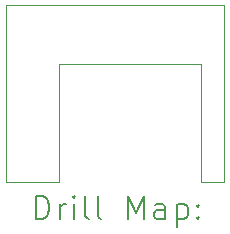
<source format=gbr>
%FSLAX45Y45*%
G04 Gerber Fmt 4.5, Leading zero omitted, Abs format (unit mm)*
G04 Created by KiCad (PCBNEW (6.0.6)) date 2022-06-25 15:26:02*
%MOMM*%
%LPD*%
G01*
G04 APERTURE LIST*
%TA.AperFunction,Profile*%
%ADD10C,0.050000*%
%TD*%
%ADD11C,0.200000*%
G04 APERTURE END LIST*
D10*
X15800000Y-8000000D02*
X15800000Y-9500000D01*
X14400000Y-9500000D02*
X13950000Y-9500000D01*
X14400000Y-9500000D02*
X14400000Y-8500000D01*
X14400000Y-8500000D02*
X15600000Y-8500000D01*
X15600000Y-8500000D02*
X15600000Y-9500000D01*
X15800000Y-9500000D02*
X15600000Y-9500000D01*
X13950000Y-9500000D02*
X13950000Y-8000000D01*
X13950000Y-8000000D02*
X15800000Y-8000000D01*
D11*
X14205119Y-9812976D02*
X14205119Y-9612976D01*
X14252738Y-9612976D01*
X14281309Y-9622500D01*
X14300357Y-9641548D01*
X14309881Y-9660595D01*
X14319405Y-9698690D01*
X14319405Y-9727262D01*
X14309881Y-9765357D01*
X14300357Y-9784405D01*
X14281309Y-9803452D01*
X14252738Y-9812976D01*
X14205119Y-9812976D01*
X14405119Y-9812976D02*
X14405119Y-9679643D01*
X14405119Y-9717738D02*
X14414643Y-9698690D01*
X14424167Y-9689167D01*
X14443214Y-9679643D01*
X14462262Y-9679643D01*
X14528928Y-9812976D02*
X14528928Y-9679643D01*
X14528928Y-9612976D02*
X14519405Y-9622500D01*
X14528928Y-9632024D01*
X14538452Y-9622500D01*
X14528928Y-9612976D01*
X14528928Y-9632024D01*
X14652738Y-9812976D02*
X14633690Y-9803452D01*
X14624167Y-9784405D01*
X14624167Y-9612976D01*
X14757500Y-9812976D02*
X14738452Y-9803452D01*
X14728928Y-9784405D01*
X14728928Y-9612976D01*
X14986071Y-9812976D02*
X14986071Y-9612976D01*
X15052738Y-9755833D01*
X15119405Y-9612976D01*
X15119405Y-9812976D01*
X15300357Y-9812976D02*
X15300357Y-9708214D01*
X15290833Y-9689167D01*
X15271786Y-9679643D01*
X15233690Y-9679643D01*
X15214643Y-9689167D01*
X15300357Y-9803452D02*
X15281309Y-9812976D01*
X15233690Y-9812976D01*
X15214643Y-9803452D01*
X15205119Y-9784405D01*
X15205119Y-9765357D01*
X15214643Y-9746310D01*
X15233690Y-9736786D01*
X15281309Y-9736786D01*
X15300357Y-9727262D01*
X15395595Y-9679643D02*
X15395595Y-9879643D01*
X15395595Y-9689167D02*
X15414643Y-9679643D01*
X15452738Y-9679643D01*
X15471786Y-9689167D01*
X15481309Y-9698690D01*
X15490833Y-9717738D01*
X15490833Y-9774881D01*
X15481309Y-9793929D01*
X15471786Y-9803452D01*
X15452738Y-9812976D01*
X15414643Y-9812976D01*
X15395595Y-9803452D01*
X15576548Y-9793929D02*
X15586071Y-9803452D01*
X15576548Y-9812976D01*
X15567024Y-9803452D01*
X15576548Y-9793929D01*
X15576548Y-9812976D01*
X15576548Y-9689167D02*
X15586071Y-9698690D01*
X15576548Y-9708214D01*
X15567024Y-9698690D01*
X15576548Y-9689167D01*
X15576548Y-9708214D01*
M02*

</source>
